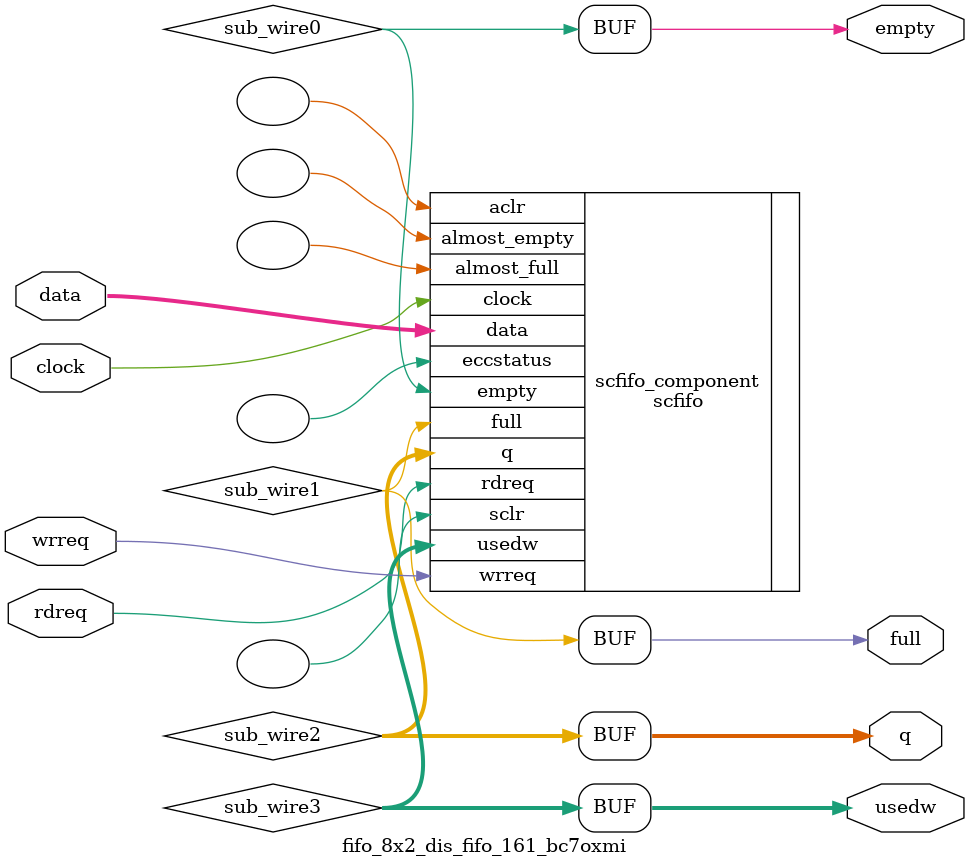
<source format=v>



`timescale 1 ps / 1 ps
// synopsys translate_on
module  fifo_8x2_dis_fifo_161_bc7oxmi  (
    clock,
    data,
    rdreq,
    wrreq,
    empty,
    full,
    q,
    usedw);

    input    clock;
    input  [1:0]  data;
    input    rdreq;
    input    wrreq;
    output   empty;
    output   full;
    output [1:0]  q;
    output [2:0]  usedw;

    wire  sub_wire0;
    wire  sub_wire1;
    wire [1:0] sub_wire2;
    wire [2:0] sub_wire3;
    wire  empty = sub_wire0;
    wire  full = sub_wire1;
    wire [1:0] q = sub_wire2[1:0];
    wire [2:0] usedw = sub_wire3[2:0];

    scfifo  scfifo_component (
                .clock (clock),
                .data (data),
                .rdreq (rdreq),
                .wrreq (wrreq),
                .empty (sub_wire0),
                .full (sub_wire1),
                .q (sub_wire2),
                .usedw (sub_wire3),
                .aclr (),
                .almost_empty (),
                .almost_full (),
                .eccstatus (),
                .sclr ());
    defparam
        scfifo_component.add_ram_output_register  = "OFF",
        scfifo_component.enable_ecc  = "FALSE",
        scfifo_component.intended_device_family  = "Arria 10",
        scfifo_component.lpm_hint  = "RAM_BLOCK_TYPE=MLAB",
        scfifo_component.lpm_numwords  = 8,
        scfifo_component.lpm_showahead  = "ON",
        scfifo_component.lpm_type  = "scfifo",
        scfifo_component.lpm_width  = 2,
        scfifo_component.lpm_widthu  = 3,
        scfifo_component.overflow_checking  = "ON",
        scfifo_component.underflow_checking  = "ON",
        scfifo_component.use_eab  = "ON";


endmodule



</source>
